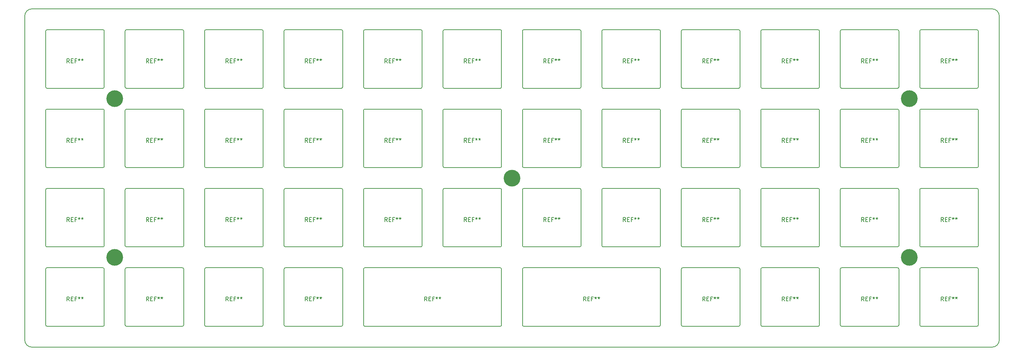
<source format=gbl>
G04 #@! TF.GenerationSoftware,KiCad,Pcbnew,5.0.1*
G04 #@! TF.CreationDate,2019-03-13T00:04:05-03:00*
G04 #@! TF.ProjectId,2Space,3253706163652E6B696361645F706362,V3.0.7*
G04 #@! TF.SameCoordinates,Original*
G04 #@! TF.FileFunction,Copper,L2,Bot,Signal*
G04 #@! TF.FilePolarity,Positive*
%FSLAX46Y46*%
G04 Gerber Fmt 4.6, Leading zero omitted, Abs format (unit mm)*
G04 Created by KiCad (PCBNEW 5.0.1) date Wed 13 Mar 2019 12:04:05 AM -03*
%MOMM*%
%LPD*%
G01*
G04 APERTURE LIST*
G04 #@! TA.AperFunction,NonConductor*
%ADD10C,0.150000*%
G04 #@! TD*
%ADD11C,0.150000*%
G04 #@! TA.AperFunction,EtchedComponent*
%ADD12C,0.150000*%
G04 #@! TD*
G04 #@! TA.AperFunction,ViaPad*
%ADD13C,4.000000*%
G04 #@! TD*
G04 APERTURE END LIST*
D10*
X244963000Y-83743000D02*
G75*
G03X244963000Y-83743000I-1500000J0D01*
G01*
X31939170Y-64000682D02*
G75*
G02X33720426Y-62219426I1781256J0D01*
G01*
X31939170Y-64000682D02*
X31939170Y-141485318D01*
X33720426Y-143266574D02*
G75*
G02X31939170Y-141485318I0J1781256D01*
G01*
X264986830Y-141485318D02*
X264986830Y-64000682D01*
X264986830Y-141485318D02*
G75*
G02X263205574Y-143266574I-1781256J0D01*
G01*
X263205574Y-62219426D02*
G75*
G02X264986830Y-64000682I0J-1781256D01*
G01*
X33720426Y-143266574D02*
X263205574Y-143266574D01*
X33720426Y-62219426D02*
X263205574Y-62219426D01*
G04 #@! TO.C,REF\002A\002A*
D11*
X166129666Y-132195380D02*
X165796333Y-131719190D01*
X165558238Y-132195380D02*
X165558238Y-131195380D01*
X165939190Y-131195380D01*
X166034428Y-131243000D01*
X166082047Y-131290619D01*
X166129666Y-131385857D01*
X166129666Y-131528714D01*
X166082047Y-131623952D01*
X166034428Y-131671571D01*
X165939190Y-131719190D01*
X165558238Y-131719190D01*
X166558238Y-131671571D02*
X166891571Y-131671571D01*
X167034428Y-132195380D02*
X166558238Y-132195380D01*
X166558238Y-131195380D01*
X167034428Y-131195380D01*
X167796333Y-131671571D02*
X167463000Y-131671571D01*
X167463000Y-132195380D02*
X167463000Y-131195380D01*
X167939190Y-131195380D01*
X168463000Y-131195380D02*
X168463000Y-131433476D01*
X168224904Y-131338238D02*
X168463000Y-131433476D01*
X168701095Y-131338238D01*
X168320142Y-131623952D02*
X168463000Y-131433476D01*
X168605857Y-131623952D01*
X169224904Y-131195380D02*
X169224904Y-131433476D01*
X168986809Y-131338238D02*
X169224904Y-131433476D01*
X169463000Y-131338238D01*
X169082047Y-131623952D02*
X169224904Y-131433476D01*
X169367761Y-131623952D01*
X232629666Y-132195380D02*
X232296333Y-131719190D01*
X232058238Y-132195380D02*
X232058238Y-131195380D01*
X232439190Y-131195380D01*
X232534428Y-131243000D01*
X232582047Y-131290619D01*
X232629666Y-131385857D01*
X232629666Y-131528714D01*
X232582047Y-131623952D01*
X232534428Y-131671571D01*
X232439190Y-131719190D01*
X232058238Y-131719190D01*
X233058238Y-131671571D02*
X233391571Y-131671571D01*
X233534428Y-132195380D02*
X233058238Y-132195380D01*
X233058238Y-131195380D01*
X233534428Y-131195380D01*
X234296333Y-131671571D02*
X233963000Y-131671571D01*
X233963000Y-132195380D02*
X233963000Y-131195380D01*
X234439190Y-131195380D01*
X234963000Y-131195380D02*
X234963000Y-131433476D01*
X234724904Y-131338238D02*
X234963000Y-131433476D01*
X235201095Y-131338238D01*
X234820142Y-131623952D02*
X234963000Y-131433476D01*
X235105857Y-131623952D01*
X235724904Y-131195380D02*
X235724904Y-131433476D01*
X235486809Y-131338238D02*
X235724904Y-131433476D01*
X235963000Y-131338238D01*
X235582047Y-131623952D02*
X235724904Y-131433476D01*
X235867761Y-131623952D01*
X232629666Y-113195380D02*
X232296333Y-112719190D01*
X232058238Y-113195380D02*
X232058238Y-112195380D01*
X232439190Y-112195380D01*
X232534428Y-112243000D01*
X232582047Y-112290619D01*
X232629666Y-112385857D01*
X232629666Y-112528714D01*
X232582047Y-112623952D01*
X232534428Y-112671571D01*
X232439190Y-112719190D01*
X232058238Y-112719190D01*
X233058238Y-112671571D02*
X233391571Y-112671571D01*
X233534428Y-113195380D02*
X233058238Y-113195380D01*
X233058238Y-112195380D01*
X233534428Y-112195380D01*
X234296333Y-112671571D02*
X233963000Y-112671571D01*
X233963000Y-113195380D02*
X233963000Y-112195380D01*
X234439190Y-112195380D01*
X234963000Y-112195380D02*
X234963000Y-112433476D01*
X234724904Y-112338238D02*
X234963000Y-112433476D01*
X235201095Y-112338238D01*
X234820142Y-112623952D02*
X234963000Y-112433476D01*
X235105857Y-112623952D01*
X235724904Y-112195380D02*
X235724904Y-112433476D01*
X235486809Y-112338238D02*
X235724904Y-112433476D01*
X235963000Y-112338238D01*
X235582047Y-112623952D02*
X235724904Y-112433476D01*
X235867761Y-112623952D01*
X232629666Y-75195380D02*
X232296333Y-74719190D01*
X232058238Y-75195380D02*
X232058238Y-74195380D01*
X232439190Y-74195380D01*
X232534428Y-74243000D01*
X232582047Y-74290619D01*
X232629666Y-74385857D01*
X232629666Y-74528714D01*
X232582047Y-74623952D01*
X232534428Y-74671571D01*
X232439190Y-74719190D01*
X232058238Y-74719190D01*
X233058238Y-74671571D02*
X233391571Y-74671571D01*
X233534428Y-75195380D02*
X233058238Y-75195380D01*
X233058238Y-74195380D01*
X233534428Y-74195380D01*
X234296333Y-74671571D02*
X233963000Y-74671571D01*
X233963000Y-75195380D02*
X233963000Y-74195380D01*
X234439190Y-74195380D01*
X234963000Y-74195380D02*
X234963000Y-74433476D01*
X234724904Y-74338238D02*
X234963000Y-74433476D01*
X235201095Y-74338238D01*
X234820142Y-74623952D02*
X234963000Y-74433476D01*
X235105857Y-74623952D01*
X235724904Y-74195380D02*
X235724904Y-74433476D01*
X235486809Y-74338238D02*
X235724904Y-74433476D01*
X235963000Y-74338238D01*
X235582047Y-74623952D02*
X235724904Y-74433476D01*
X235867761Y-74623952D01*
X80629666Y-132195380D02*
X80296333Y-131719190D01*
X80058238Y-132195380D02*
X80058238Y-131195380D01*
X80439190Y-131195380D01*
X80534428Y-131243000D01*
X80582047Y-131290619D01*
X80629666Y-131385857D01*
X80629666Y-131528714D01*
X80582047Y-131623952D01*
X80534428Y-131671571D01*
X80439190Y-131719190D01*
X80058238Y-131719190D01*
X81058238Y-131671571D02*
X81391571Y-131671571D01*
X81534428Y-132195380D02*
X81058238Y-132195380D01*
X81058238Y-131195380D01*
X81534428Y-131195380D01*
X82296333Y-131671571D02*
X81963000Y-131671571D01*
X81963000Y-132195380D02*
X81963000Y-131195380D01*
X82439190Y-131195380D01*
X82963000Y-131195380D02*
X82963000Y-131433476D01*
X82724904Y-131338238D02*
X82963000Y-131433476D01*
X83201095Y-131338238D01*
X82820142Y-131623952D02*
X82963000Y-131433476D01*
X83105857Y-131623952D01*
X83724904Y-131195380D02*
X83724904Y-131433476D01*
X83486809Y-131338238D02*
X83724904Y-131433476D01*
X83963000Y-131338238D01*
X83582047Y-131623952D02*
X83724904Y-131433476D01*
X83867761Y-131623952D01*
X251629666Y-132195380D02*
X251296333Y-131719190D01*
X251058238Y-132195380D02*
X251058238Y-131195380D01*
X251439190Y-131195380D01*
X251534428Y-131243000D01*
X251582047Y-131290619D01*
X251629666Y-131385857D01*
X251629666Y-131528714D01*
X251582047Y-131623952D01*
X251534428Y-131671571D01*
X251439190Y-131719190D01*
X251058238Y-131719190D01*
X252058238Y-131671571D02*
X252391571Y-131671571D01*
X252534428Y-132195380D02*
X252058238Y-132195380D01*
X252058238Y-131195380D01*
X252534428Y-131195380D01*
X253296333Y-131671571D02*
X252963000Y-131671571D01*
X252963000Y-132195380D02*
X252963000Y-131195380D01*
X253439190Y-131195380D01*
X253963000Y-131195380D02*
X253963000Y-131433476D01*
X253724904Y-131338238D02*
X253963000Y-131433476D01*
X254201095Y-131338238D01*
X253820142Y-131623952D02*
X253963000Y-131433476D01*
X254105857Y-131623952D01*
X254724904Y-131195380D02*
X254724904Y-131433476D01*
X254486809Y-131338238D02*
X254724904Y-131433476D01*
X254963000Y-131338238D01*
X254582047Y-131623952D02*
X254724904Y-131433476D01*
X254867761Y-131623952D01*
X194629666Y-132195380D02*
X194296333Y-131719190D01*
X194058238Y-132195380D02*
X194058238Y-131195380D01*
X194439190Y-131195380D01*
X194534428Y-131243000D01*
X194582047Y-131290619D01*
X194629666Y-131385857D01*
X194629666Y-131528714D01*
X194582047Y-131623952D01*
X194534428Y-131671571D01*
X194439190Y-131719190D01*
X194058238Y-131719190D01*
X195058238Y-131671571D02*
X195391571Y-131671571D01*
X195534428Y-132195380D02*
X195058238Y-132195380D01*
X195058238Y-131195380D01*
X195534428Y-131195380D01*
X196296333Y-131671571D02*
X195963000Y-131671571D01*
X195963000Y-132195380D02*
X195963000Y-131195380D01*
X196439190Y-131195380D01*
X196963000Y-131195380D02*
X196963000Y-131433476D01*
X196724904Y-131338238D02*
X196963000Y-131433476D01*
X197201095Y-131338238D01*
X196820142Y-131623952D02*
X196963000Y-131433476D01*
X197105857Y-131623952D01*
X197724904Y-131195380D02*
X197724904Y-131433476D01*
X197486809Y-131338238D02*
X197724904Y-131433476D01*
X197963000Y-131338238D01*
X197582047Y-131623952D02*
X197724904Y-131433476D01*
X197867761Y-131623952D01*
X99629666Y-132195380D02*
X99296333Y-131719190D01*
X99058238Y-132195380D02*
X99058238Y-131195380D01*
X99439190Y-131195380D01*
X99534428Y-131243000D01*
X99582047Y-131290619D01*
X99629666Y-131385857D01*
X99629666Y-131528714D01*
X99582047Y-131623952D01*
X99534428Y-131671571D01*
X99439190Y-131719190D01*
X99058238Y-131719190D01*
X100058238Y-131671571D02*
X100391571Y-131671571D01*
X100534428Y-132195380D02*
X100058238Y-132195380D01*
X100058238Y-131195380D01*
X100534428Y-131195380D01*
X101296333Y-131671571D02*
X100963000Y-131671571D01*
X100963000Y-132195380D02*
X100963000Y-131195380D01*
X101439190Y-131195380D01*
X101963000Y-131195380D02*
X101963000Y-131433476D01*
X101724904Y-131338238D02*
X101963000Y-131433476D01*
X102201095Y-131338238D01*
X101820142Y-131623952D02*
X101963000Y-131433476D01*
X102105857Y-131623952D01*
X102724904Y-131195380D02*
X102724904Y-131433476D01*
X102486809Y-131338238D02*
X102724904Y-131433476D01*
X102963000Y-131338238D01*
X102582047Y-131623952D02*
X102724904Y-131433476D01*
X102867761Y-131623952D01*
X213629666Y-132195380D02*
X213296333Y-131719190D01*
X213058238Y-132195380D02*
X213058238Y-131195380D01*
X213439190Y-131195380D01*
X213534428Y-131243000D01*
X213582047Y-131290619D01*
X213629666Y-131385857D01*
X213629666Y-131528714D01*
X213582047Y-131623952D01*
X213534428Y-131671571D01*
X213439190Y-131719190D01*
X213058238Y-131719190D01*
X214058238Y-131671571D02*
X214391571Y-131671571D01*
X214534428Y-132195380D02*
X214058238Y-132195380D01*
X214058238Y-131195380D01*
X214534428Y-131195380D01*
X215296333Y-131671571D02*
X214963000Y-131671571D01*
X214963000Y-132195380D02*
X214963000Y-131195380D01*
X215439190Y-131195380D01*
X215963000Y-131195380D02*
X215963000Y-131433476D01*
X215724904Y-131338238D02*
X215963000Y-131433476D01*
X216201095Y-131338238D01*
X215820142Y-131623952D02*
X215963000Y-131433476D01*
X216105857Y-131623952D01*
X216724904Y-131195380D02*
X216724904Y-131433476D01*
X216486809Y-131338238D02*
X216724904Y-131433476D01*
X216963000Y-131338238D01*
X216582047Y-131623952D02*
X216724904Y-131433476D01*
X216867761Y-131623952D01*
X61629666Y-132195380D02*
X61296333Y-131719190D01*
X61058238Y-132195380D02*
X61058238Y-131195380D01*
X61439190Y-131195380D01*
X61534428Y-131243000D01*
X61582047Y-131290619D01*
X61629666Y-131385857D01*
X61629666Y-131528714D01*
X61582047Y-131623952D01*
X61534428Y-131671571D01*
X61439190Y-131719190D01*
X61058238Y-131719190D01*
X62058238Y-131671571D02*
X62391571Y-131671571D01*
X62534428Y-132195380D02*
X62058238Y-132195380D01*
X62058238Y-131195380D01*
X62534428Y-131195380D01*
X63296333Y-131671571D02*
X62963000Y-131671571D01*
X62963000Y-132195380D02*
X62963000Y-131195380D01*
X63439190Y-131195380D01*
X63963000Y-131195380D02*
X63963000Y-131433476D01*
X63724904Y-131338238D02*
X63963000Y-131433476D01*
X64201095Y-131338238D01*
X63820142Y-131623952D02*
X63963000Y-131433476D01*
X64105857Y-131623952D01*
X64724904Y-131195380D02*
X64724904Y-131433476D01*
X64486809Y-131338238D02*
X64724904Y-131433476D01*
X64963000Y-131338238D01*
X64582047Y-131623952D02*
X64724904Y-131433476D01*
X64867761Y-131623952D01*
X42629666Y-132195380D02*
X42296333Y-131719190D01*
X42058238Y-132195380D02*
X42058238Y-131195380D01*
X42439190Y-131195380D01*
X42534428Y-131243000D01*
X42582047Y-131290619D01*
X42629666Y-131385857D01*
X42629666Y-131528714D01*
X42582047Y-131623952D01*
X42534428Y-131671571D01*
X42439190Y-131719190D01*
X42058238Y-131719190D01*
X43058238Y-131671571D02*
X43391571Y-131671571D01*
X43534428Y-132195380D02*
X43058238Y-132195380D01*
X43058238Y-131195380D01*
X43534428Y-131195380D01*
X44296333Y-131671571D02*
X43963000Y-131671571D01*
X43963000Y-132195380D02*
X43963000Y-131195380D01*
X44439190Y-131195380D01*
X44963000Y-131195380D02*
X44963000Y-131433476D01*
X44724904Y-131338238D02*
X44963000Y-131433476D01*
X45201095Y-131338238D01*
X44820142Y-131623952D02*
X44963000Y-131433476D01*
X45105857Y-131623952D01*
X45724904Y-131195380D02*
X45724904Y-131433476D01*
X45486809Y-131338238D02*
X45724904Y-131433476D01*
X45963000Y-131338238D01*
X45582047Y-131623952D02*
X45724904Y-131433476D01*
X45867761Y-131623952D01*
X194629666Y-113195380D02*
X194296333Y-112719190D01*
X194058238Y-113195380D02*
X194058238Y-112195380D01*
X194439190Y-112195380D01*
X194534428Y-112243000D01*
X194582047Y-112290619D01*
X194629666Y-112385857D01*
X194629666Y-112528714D01*
X194582047Y-112623952D01*
X194534428Y-112671571D01*
X194439190Y-112719190D01*
X194058238Y-112719190D01*
X195058238Y-112671571D02*
X195391571Y-112671571D01*
X195534428Y-113195380D02*
X195058238Y-113195380D01*
X195058238Y-112195380D01*
X195534428Y-112195380D01*
X196296333Y-112671571D02*
X195963000Y-112671571D01*
X195963000Y-113195380D02*
X195963000Y-112195380D01*
X196439190Y-112195380D01*
X196963000Y-112195380D02*
X196963000Y-112433476D01*
X196724904Y-112338238D02*
X196963000Y-112433476D01*
X197201095Y-112338238D01*
X196820142Y-112623952D02*
X196963000Y-112433476D01*
X197105857Y-112623952D01*
X197724904Y-112195380D02*
X197724904Y-112433476D01*
X197486809Y-112338238D02*
X197724904Y-112433476D01*
X197963000Y-112338238D01*
X197582047Y-112623952D02*
X197724904Y-112433476D01*
X197867761Y-112623952D01*
X251629666Y-113195380D02*
X251296333Y-112719190D01*
X251058238Y-113195380D02*
X251058238Y-112195380D01*
X251439190Y-112195380D01*
X251534428Y-112243000D01*
X251582047Y-112290619D01*
X251629666Y-112385857D01*
X251629666Y-112528714D01*
X251582047Y-112623952D01*
X251534428Y-112671571D01*
X251439190Y-112719190D01*
X251058238Y-112719190D01*
X252058238Y-112671571D02*
X252391571Y-112671571D01*
X252534428Y-113195380D02*
X252058238Y-113195380D01*
X252058238Y-112195380D01*
X252534428Y-112195380D01*
X253296333Y-112671571D02*
X252963000Y-112671571D01*
X252963000Y-113195380D02*
X252963000Y-112195380D01*
X253439190Y-112195380D01*
X253963000Y-112195380D02*
X253963000Y-112433476D01*
X253724904Y-112338238D02*
X253963000Y-112433476D01*
X254201095Y-112338238D01*
X253820142Y-112623952D02*
X253963000Y-112433476D01*
X254105857Y-112623952D01*
X254724904Y-112195380D02*
X254724904Y-112433476D01*
X254486809Y-112338238D02*
X254724904Y-112433476D01*
X254963000Y-112338238D01*
X254582047Y-112623952D02*
X254724904Y-112433476D01*
X254867761Y-112623952D01*
X80629666Y-113195380D02*
X80296333Y-112719190D01*
X80058238Y-113195380D02*
X80058238Y-112195380D01*
X80439190Y-112195380D01*
X80534428Y-112243000D01*
X80582047Y-112290619D01*
X80629666Y-112385857D01*
X80629666Y-112528714D01*
X80582047Y-112623952D01*
X80534428Y-112671571D01*
X80439190Y-112719190D01*
X80058238Y-112719190D01*
X81058238Y-112671571D02*
X81391571Y-112671571D01*
X81534428Y-113195380D02*
X81058238Y-113195380D01*
X81058238Y-112195380D01*
X81534428Y-112195380D01*
X82296333Y-112671571D02*
X81963000Y-112671571D01*
X81963000Y-113195380D02*
X81963000Y-112195380D01*
X82439190Y-112195380D01*
X82963000Y-112195380D02*
X82963000Y-112433476D01*
X82724904Y-112338238D02*
X82963000Y-112433476D01*
X83201095Y-112338238D01*
X82820142Y-112623952D02*
X82963000Y-112433476D01*
X83105857Y-112623952D01*
X83724904Y-112195380D02*
X83724904Y-112433476D01*
X83486809Y-112338238D02*
X83724904Y-112433476D01*
X83963000Y-112338238D01*
X83582047Y-112623952D02*
X83724904Y-112433476D01*
X83867761Y-112623952D01*
X175629666Y-113195380D02*
X175296333Y-112719190D01*
X175058238Y-113195380D02*
X175058238Y-112195380D01*
X175439190Y-112195380D01*
X175534428Y-112243000D01*
X175582047Y-112290619D01*
X175629666Y-112385857D01*
X175629666Y-112528714D01*
X175582047Y-112623952D01*
X175534428Y-112671571D01*
X175439190Y-112719190D01*
X175058238Y-112719190D01*
X176058238Y-112671571D02*
X176391571Y-112671571D01*
X176534428Y-113195380D02*
X176058238Y-113195380D01*
X176058238Y-112195380D01*
X176534428Y-112195380D01*
X177296333Y-112671571D02*
X176963000Y-112671571D01*
X176963000Y-113195380D02*
X176963000Y-112195380D01*
X177439190Y-112195380D01*
X177963000Y-112195380D02*
X177963000Y-112433476D01*
X177724904Y-112338238D02*
X177963000Y-112433476D01*
X178201095Y-112338238D01*
X177820142Y-112623952D02*
X177963000Y-112433476D01*
X178105857Y-112623952D01*
X178724904Y-112195380D02*
X178724904Y-112433476D01*
X178486809Y-112338238D02*
X178724904Y-112433476D01*
X178963000Y-112338238D01*
X178582047Y-112623952D02*
X178724904Y-112433476D01*
X178867761Y-112623952D01*
X61629666Y-113195380D02*
X61296333Y-112719190D01*
X61058238Y-113195380D02*
X61058238Y-112195380D01*
X61439190Y-112195380D01*
X61534428Y-112243000D01*
X61582047Y-112290619D01*
X61629666Y-112385857D01*
X61629666Y-112528714D01*
X61582047Y-112623952D01*
X61534428Y-112671571D01*
X61439190Y-112719190D01*
X61058238Y-112719190D01*
X62058238Y-112671571D02*
X62391571Y-112671571D01*
X62534428Y-113195380D02*
X62058238Y-113195380D01*
X62058238Y-112195380D01*
X62534428Y-112195380D01*
X63296333Y-112671571D02*
X62963000Y-112671571D01*
X62963000Y-113195380D02*
X62963000Y-112195380D01*
X63439190Y-112195380D01*
X63963000Y-112195380D02*
X63963000Y-112433476D01*
X63724904Y-112338238D02*
X63963000Y-112433476D01*
X64201095Y-112338238D01*
X63820142Y-112623952D02*
X63963000Y-112433476D01*
X64105857Y-112623952D01*
X64724904Y-112195380D02*
X64724904Y-112433476D01*
X64486809Y-112338238D02*
X64724904Y-112433476D01*
X64963000Y-112338238D01*
X64582047Y-112623952D02*
X64724904Y-112433476D01*
X64867761Y-112623952D01*
X42629666Y-113195380D02*
X42296333Y-112719190D01*
X42058238Y-113195380D02*
X42058238Y-112195380D01*
X42439190Y-112195380D01*
X42534428Y-112243000D01*
X42582047Y-112290619D01*
X42629666Y-112385857D01*
X42629666Y-112528714D01*
X42582047Y-112623952D01*
X42534428Y-112671571D01*
X42439190Y-112719190D01*
X42058238Y-112719190D01*
X43058238Y-112671571D02*
X43391571Y-112671571D01*
X43534428Y-113195380D02*
X43058238Y-113195380D01*
X43058238Y-112195380D01*
X43534428Y-112195380D01*
X44296333Y-112671571D02*
X43963000Y-112671571D01*
X43963000Y-113195380D02*
X43963000Y-112195380D01*
X44439190Y-112195380D01*
X44963000Y-112195380D02*
X44963000Y-112433476D01*
X44724904Y-112338238D02*
X44963000Y-112433476D01*
X45201095Y-112338238D01*
X44820142Y-112623952D02*
X44963000Y-112433476D01*
X45105857Y-112623952D01*
X45724904Y-112195380D02*
X45724904Y-112433476D01*
X45486809Y-112338238D02*
X45724904Y-112433476D01*
X45963000Y-112338238D01*
X45582047Y-112623952D02*
X45724904Y-112433476D01*
X45867761Y-112623952D01*
X137629666Y-113195380D02*
X137296333Y-112719190D01*
X137058238Y-113195380D02*
X137058238Y-112195380D01*
X137439190Y-112195380D01*
X137534428Y-112243000D01*
X137582047Y-112290619D01*
X137629666Y-112385857D01*
X137629666Y-112528714D01*
X137582047Y-112623952D01*
X137534428Y-112671571D01*
X137439190Y-112719190D01*
X137058238Y-112719190D01*
X138058238Y-112671571D02*
X138391571Y-112671571D01*
X138534428Y-113195380D02*
X138058238Y-113195380D01*
X138058238Y-112195380D01*
X138534428Y-112195380D01*
X139296333Y-112671571D02*
X138963000Y-112671571D01*
X138963000Y-113195380D02*
X138963000Y-112195380D01*
X139439190Y-112195380D01*
X139963000Y-112195380D02*
X139963000Y-112433476D01*
X139724904Y-112338238D02*
X139963000Y-112433476D01*
X140201095Y-112338238D01*
X139820142Y-112623952D02*
X139963000Y-112433476D01*
X140105857Y-112623952D01*
X140724904Y-112195380D02*
X140724904Y-112433476D01*
X140486809Y-112338238D02*
X140724904Y-112433476D01*
X140963000Y-112338238D01*
X140582047Y-112623952D02*
X140724904Y-112433476D01*
X140867761Y-112623952D01*
X156629666Y-113195380D02*
X156296333Y-112719190D01*
X156058238Y-113195380D02*
X156058238Y-112195380D01*
X156439190Y-112195380D01*
X156534428Y-112243000D01*
X156582047Y-112290619D01*
X156629666Y-112385857D01*
X156629666Y-112528714D01*
X156582047Y-112623952D01*
X156534428Y-112671571D01*
X156439190Y-112719190D01*
X156058238Y-112719190D01*
X157058238Y-112671571D02*
X157391571Y-112671571D01*
X157534428Y-113195380D02*
X157058238Y-113195380D01*
X157058238Y-112195380D01*
X157534428Y-112195380D01*
X158296333Y-112671571D02*
X157963000Y-112671571D01*
X157963000Y-113195380D02*
X157963000Y-112195380D01*
X158439190Y-112195380D01*
X158963000Y-112195380D02*
X158963000Y-112433476D01*
X158724904Y-112338238D02*
X158963000Y-112433476D01*
X159201095Y-112338238D01*
X158820142Y-112623952D02*
X158963000Y-112433476D01*
X159105857Y-112623952D01*
X159724904Y-112195380D02*
X159724904Y-112433476D01*
X159486809Y-112338238D02*
X159724904Y-112433476D01*
X159963000Y-112338238D01*
X159582047Y-112623952D02*
X159724904Y-112433476D01*
X159867761Y-112623952D01*
X99629666Y-113195380D02*
X99296333Y-112719190D01*
X99058238Y-113195380D02*
X99058238Y-112195380D01*
X99439190Y-112195380D01*
X99534428Y-112243000D01*
X99582047Y-112290619D01*
X99629666Y-112385857D01*
X99629666Y-112528714D01*
X99582047Y-112623952D01*
X99534428Y-112671571D01*
X99439190Y-112719190D01*
X99058238Y-112719190D01*
X100058238Y-112671571D02*
X100391571Y-112671571D01*
X100534428Y-113195380D02*
X100058238Y-113195380D01*
X100058238Y-112195380D01*
X100534428Y-112195380D01*
X101296333Y-112671571D02*
X100963000Y-112671571D01*
X100963000Y-113195380D02*
X100963000Y-112195380D01*
X101439190Y-112195380D01*
X101963000Y-112195380D02*
X101963000Y-112433476D01*
X101724904Y-112338238D02*
X101963000Y-112433476D01*
X102201095Y-112338238D01*
X101820142Y-112623952D02*
X101963000Y-112433476D01*
X102105857Y-112623952D01*
X102724904Y-112195380D02*
X102724904Y-112433476D01*
X102486809Y-112338238D02*
X102724904Y-112433476D01*
X102963000Y-112338238D01*
X102582047Y-112623952D02*
X102724904Y-112433476D01*
X102867761Y-112623952D01*
X213629666Y-113195380D02*
X213296333Y-112719190D01*
X213058238Y-113195380D02*
X213058238Y-112195380D01*
X213439190Y-112195380D01*
X213534428Y-112243000D01*
X213582047Y-112290619D01*
X213629666Y-112385857D01*
X213629666Y-112528714D01*
X213582047Y-112623952D01*
X213534428Y-112671571D01*
X213439190Y-112719190D01*
X213058238Y-112719190D01*
X214058238Y-112671571D02*
X214391571Y-112671571D01*
X214534428Y-113195380D02*
X214058238Y-113195380D01*
X214058238Y-112195380D01*
X214534428Y-112195380D01*
X215296333Y-112671571D02*
X214963000Y-112671571D01*
X214963000Y-113195380D02*
X214963000Y-112195380D01*
X215439190Y-112195380D01*
X215963000Y-112195380D02*
X215963000Y-112433476D01*
X215724904Y-112338238D02*
X215963000Y-112433476D01*
X216201095Y-112338238D01*
X215820142Y-112623952D02*
X215963000Y-112433476D01*
X216105857Y-112623952D01*
X216724904Y-112195380D02*
X216724904Y-112433476D01*
X216486809Y-112338238D02*
X216724904Y-112433476D01*
X216963000Y-112338238D01*
X216582047Y-112623952D02*
X216724904Y-112433476D01*
X216867761Y-112623952D01*
X118629666Y-113195380D02*
X118296333Y-112719190D01*
X118058238Y-113195380D02*
X118058238Y-112195380D01*
X118439190Y-112195380D01*
X118534428Y-112243000D01*
X118582047Y-112290619D01*
X118629666Y-112385857D01*
X118629666Y-112528714D01*
X118582047Y-112623952D01*
X118534428Y-112671571D01*
X118439190Y-112719190D01*
X118058238Y-112719190D01*
X119058238Y-112671571D02*
X119391571Y-112671571D01*
X119534428Y-113195380D02*
X119058238Y-113195380D01*
X119058238Y-112195380D01*
X119534428Y-112195380D01*
X120296333Y-112671571D02*
X119963000Y-112671571D01*
X119963000Y-113195380D02*
X119963000Y-112195380D01*
X120439190Y-112195380D01*
X120963000Y-112195380D02*
X120963000Y-112433476D01*
X120724904Y-112338238D02*
X120963000Y-112433476D01*
X121201095Y-112338238D01*
X120820142Y-112623952D02*
X120963000Y-112433476D01*
X121105857Y-112623952D01*
X121724904Y-112195380D02*
X121724904Y-112433476D01*
X121486809Y-112338238D02*
X121724904Y-112433476D01*
X121963000Y-112338238D01*
X121582047Y-112623952D02*
X121724904Y-112433476D01*
X121867761Y-112623952D01*
X118629666Y-75195380D02*
X118296333Y-74719190D01*
X118058238Y-75195380D02*
X118058238Y-74195380D01*
X118439190Y-74195380D01*
X118534428Y-74243000D01*
X118582047Y-74290619D01*
X118629666Y-74385857D01*
X118629666Y-74528714D01*
X118582047Y-74623952D01*
X118534428Y-74671571D01*
X118439190Y-74719190D01*
X118058238Y-74719190D01*
X119058238Y-74671571D02*
X119391571Y-74671571D01*
X119534428Y-75195380D02*
X119058238Y-75195380D01*
X119058238Y-74195380D01*
X119534428Y-74195380D01*
X120296333Y-74671571D02*
X119963000Y-74671571D01*
X119963000Y-75195380D02*
X119963000Y-74195380D01*
X120439190Y-74195380D01*
X120963000Y-74195380D02*
X120963000Y-74433476D01*
X120724904Y-74338238D02*
X120963000Y-74433476D01*
X121201095Y-74338238D01*
X120820142Y-74623952D02*
X120963000Y-74433476D01*
X121105857Y-74623952D01*
X121724904Y-74195380D02*
X121724904Y-74433476D01*
X121486809Y-74338238D02*
X121724904Y-74433476D01*
X121963000Y-74338238D01*
X121582047Y-74623952D02*
X121724904Y-74433476D01*
X121867761Y-74623952D01*
X156629666Y-75195380D02*
X156296333Y-74719190D01*
X156058238Y-75195380D02*
X156058238Y-74195380D01*
X156439190Y-74195380D01*
X156534428Y-74243000D01*
X156582047Y-74290619D01*
X156629666Y-74385857D01*
X156629666Y-74528714D01*
X156582047Y-74623952D01*
X156534428Y-74671571D01*
X156439190Y-74719190D01*
X156058238Y-74719190D01*
X157058238Y-74671571D02*
X157391571Y-74671571D01*
X157534428Y-75195380D02*
X157058238Y-75195380D01*
X157058238Y-74195380D01*
X157534428Y-74195380D01*
X158296333Y-74671571D02*
X157963000Y-74671571D01*
X157963000Y-75195380D02*
X157963000Y-74195380D01*
X158439190Y-74195380D01*
X158963000Y-74195380D02*
X158963000Y-74433476D01*
X158724904Y-74338238D02*
X158963000Y-74433476D01*
X159201095Y-74338238D01*
X158820142Y-74623952D02*
X158963000Y-74433476D01*
X159105857Y-74623952D01*
X159724904Y-74195380D02*
X159724904Y-74433476D01*
X159486809Y-74338238D02*
X159724904Y-74433476D01*
X159963000Y-74338238D01*
X159582047Y-74623952D02*
X159724904Y-74433476D01*
X159867761Y-74623952D01*
X137629666Y-75195380D02*
X137296333Y-74719190D01*
X137058238Y-75195380D02*
X137058238Y-74195380D01*
X137439190Y-74195380D01*
X137534428Y-74243000D01*
X137582047Y-74290619D01*
X137629666Y-74385857D01*
X137629666Y-74528714D01*
X137582047Y-74623952D01*
X137534428Y-74671571D01*
X137439190Y-74719190D01*
X137058238Y-74719190D01*
X138058238Y-74671571D02*
X138391571Y-74671571D01*
X138534428Y-75195380D02*
X138058238Y-75195380D01*
X138058238Y-74195380D01*
X138534428Y-74195380D01*
X139296333Y-74671571D02*
X138963000Y-74671571D01*
X138963000Y-75195380D02*
X138963000Y-74195380D01*
X139439190Y-74195380D01*
X139963000Y-74195380D02*
X139963000Y-74433476D01*
X139724904Y-74338238D02*
X139963000Y-74433476D01*
X140201095Y-74338238D01*
X139820142Y-74623952D02*
X139963000Y-74433476D01*
X140105857Y-74623952D01*
X140724904Y-74195380D02*
X140724904Y-74433476D01*
X140486809Y-74338238D02*
X140724904Y-74433476D01*
X140963000Y-74338238D01*
X140582047Y-74623952D02*
X140724904Y-74433476D01*
X140867761Y-74623952D01*
X99629666Y-75195380D02*
X99296333Y-74719190D01*
X99058238Y-75195380D02*
X99058238Y-74195380D01*
X99439190Y-74195380D01*
X99534428Y-74243000D01*
X99582047Y-74290619D01*
X99629666Y-74385857D01*
X99629666Y-74528714D01*
X99582047Y-74623952D01*
X99534428Y-74671571D01*
X99439190Y-74719190D01*
X99058238Y-74719190D01*
X100058238Y-74671571D02*
X100391571Y-74671571D01*
X100534428Y-75195380D02*
X100058238Y-75195380D01*
X100058238Y-74195380D01*
X100534428Y-74195380D01*
X101296333Y-74671571D02*
X100963000Y-74671571D01*
X100963000Y-75195380D02*
X100963000Y-74195380D01*
X101439190Y-74195380D01*
X101963000Y-74195380D02*
X101963000Y-74433476D01*
X101724904Y-74338238D02*
X101963000Y-74433476D01*
X102201095Y-74338238D01*
X101820142Y-74623952D02*
X101963000Y-74433476D01*
X102105857Y-74623952D01*
X102724904Y-74195380D02*
X102724904Y-74433476D01*
X102486809Y-74338238D02*
X102724904Y-74433476D01*
X102963000Y-74338238D01*
X102582047Y-74623952D02*
X102724904Y-74433476D01*
X102867761Y-74623952D01*
X194629666Y-75195380D02*
X194296333Y-74719190D01*
X194058238Y-75195380D02*
X194058238Y-74195380D01*
X194439190Y-74195380D01*
X194534428Y-74243000D01*
X194582047Y-74290619D01*
X194629666Y-74385857D01*
X194629666Y-74528714D01*
X194582047Y-74623952D01*
X194534428Y-74671571D01*
X194439190Y-74719190D01*
X194058238Y-74719190D01*
X195058238Y-74671571D02*
X195391571Y-74671571D01*
X195534428Y-75195380D02*
X195058238Y-75195380D01*
X195058238Y-74195380D01*
X195534428Y-74195380D01*
X196296333Y-74671571D02*
X195963000Y-74671571D01*
X195963000Y-75195380D02*
X195963000Y-74195380D01*
X196439190Y-74195380D01*
X196963000Y-74195380D02*
X196963000Y-74433476D01*
X196724904Y-74338238D02*
X196963000Y-74433476D01*
X197201095Y-74338238D01*
X196820142Y-74623952D02*
X196963000Y-74433476D01*
X197105857Y-74623952D01*
X197724904Y-74195380D02*
X197724904Y-74433476D01*
X197486809Y-74338238D02*
X197724904Y-74433476D01*
X197963000Y-74338238D01*
X197582047Y-74623952D02*
X197724904Y-74433476D01*
X197867761Y-74623952D01*
X175629666Y-75195380D02*
X175296333Y-74719190D01*
X175058238Y-75195380D02*
X175058238Y-74195380D01*
X175439190Y-74195380D01*
X175534428Y-74243000D01*
X175582047Y-74290619D01*
X175629666Y-74385857D01*
X175629666Y-74528714D01*
X175582047Y-74623952D01*
X175534428Y-74671571D01*
X175439190Y-74719190D01*
X175058238Y-74719190D01*
X176058238Y-74671571D02*
X176391571Y-74671571D01*
X176534428Y-75195380D02*
X176058238Y-75195380D01*
X176058238Y-74195380D01*
X176534428Y-74195380D01*
X177296333Y-74671571D02*
X176963000Y-74671571D01*
X176963000Y-75195380D02*
X176963000Y-74195380D01*
X177439190Y-74195380D01*
X177963000Y-74195380D02*
X177963000Y-74433476D01*
X177724904Y-74338238D02*
X177963000Y-74433476D01*
X178201095Y-74338238D01*
X177820142Y-74623952D02*
X177963000Y-74433476D01*
X178105857Y-74623952D01*
X178724904Y-74195380D02*
X178724904Y-74433476D01*
X178486809Y-74338238D02*
X178724904Y-74433476D01*
X178963000Y-74338238D01*
X178582047Y-74623952D02*
X178724904Y-74433476D01*
X178867761Y-74623952D01*
X251629666Y-75195380D02*
X251296333Y-74719190D01*
X251058238Y-75195380D02*
X251058238Y-74195380D01*
X251439190Y-74195380D01*
X251534428Y-74243000D01*
X251582047Y-74290619D01*
X251629666Y-74385857D01*
X251629666Y-74528714D01*
X251582047Y-74623952D01*
X251534428Y-74671571D01*
X251439190Y-74719190D01*
X251058238Y-74719190D01*
X252058238Y-74671571D02*
X252391571Y-74671571D01*
X252534428Y-75195380D02*
X252058238Y-75195380D01*
X252058238Y-74195380D01*
X252534428Y-74195380D01*
X253296333Y-74671571D02*
X252963000Y-74671571D01*
X252963000Y-75195380D02*
X252963000Y-74195380D01*
X253439190Y-74195380D01*
X253963000Y-74195380D02*
X253963000Y-74433476D01*
X253724904Y-74338238D02*
X253963000Y-74433476D01*
X254201095Y-74338238D01*
X253820142Y-74623952D02*
X253963000Y-74433476D01*
X254105857Y-74623952D01*
X254724904Y-74195380D02*
X254724904Y-74433476D01*
X254486809Y-74338238D02*
X254724904Y-74433476D01*
X254963000Y-74338238D01*
X254582047Y-74623952D02*
X254724904Y-74433476D01*
X254867761Y-74623952D01*
X80629666Y-75195380D02*
X80296333Y-74719190D01*
X80058238Y-75195380D02*
X80058238Y-74195380D01*
X80439190Y-74195380D01*
X80534428Y-74243000D01*
X80582047Y-74290619D01*
X80629666Y-74385857D01*
X80629666Y-74528714D01*
X80582047Y-74623952D01*
X80534428Y-74671571D01*
X80439190Y-74719190D01*
X80058238Y-74719190D01*
X81058238Y-74671571D02*
X81391571Y-74671571D01*
X81534428Y-75195380D02*
X81058238Y-75195380D01*
X81058238Y-74195380D01*
X81534428Y-74195380D01*
X82296333Y-74671571D02*
X81963000Y-74671571D01*
X81963000Y-75195380D02*
X81963000Y-74195380D01*
X82439190Y-74195380D01*
X82963000Y-74195380D02*
X82963000Y-74433476D01*
X82724904Y-74338238D02*
X82963000Y-74433476D01*
X83201095Y-74338238D01*
X82820142Y-74623952D02*
X82963000Y-74433476D01*
X83105857Y-74623952D01*
X83724904Y-74195380D02*
X83724904Y-74433476D01*
X83486809Y-74338238D02*
X83724904Y-74433476D01*
X83963000Y-74338238D01*
X83582047Y-74623952D02*
X83724904Y-74433476D01*
X83867761Y-74623952D01*
X61629666Y-75195380D02*
X61296333Y-74719190D01*
X61058238Y-75195380D02*
X61058238Y-74195380D01*
X61439190Y-74195380D01*
X61534428Y-74243000D01*
X61582047Y-74290619D01*
X61629666Y-74385857D01*
X61629666Y-74528714D01*
X61582047Y-74623952D01*
X61534428Y-74671571D01*
X61439190Y-74719190D01*
X61058238Y-74719190D01*
X62058238Y-74671571D02*
X62391571Y-74671571D01*
X62534428Y-75195380D02*
X62058238Y-75195380D01*
X62058238Y-74195380D01*
X62534428Y-74195380D01*
X63296333Y-74671571D02*
X62963000Y-74671571D01*
X62963000Y-75195380D02*
X62963000Y-74195380D01*
X63439190Y-74195380D01*
X63963000Y-74195380D02*
X63963000Y-74433476D01*
X63724904Y-74338238D02*
X63963000Y-74433476D01*
X64201095Y-74338238D01*
X63820142Y-74623952D02*
X63963000Y-74433476D01*
X64105857Y-74623952D01*
X64724904Y-74195380D02*
X64724904Y-74433476D01*
X64486809Y-74338238D02*
X64724904Y-74433476D01*
X64963000Y-74338238D01*
X64582047Y-74623952D02*
X64724904Y-74433476D01*
X64867761Y-74623952D01*
X213629666Y-75195380D02*
X213296333Y-74719190D01*
X213058238Y-75195380D02*
X213058238Y-74195380D01*
X213439190Y-74195380D01*
X213534428Y-74243000D01*
X213582047Y-74290619D01*
X213629666Y-74385857D01*
X213629666Y-74528714D01*
X213582047Y-74623952D01*
X213534428Y-74671571D01*
X213439190Y-74719190D01*
X213058238Y-74719190D01*
X214058238Y-74671571D02*
X214391571Y-74671571D01*
X214534428Y-75195380D02*
X214058238Y-75195380D01*
X214058238Y-74195380D01*
X214534428Y-74195380D01*
X215296333Y-74671571D02*
X214963000Y-74671571D01*
X214963000Y-75195380D02*
X214963000Y-74195380D01*
X215439190Y-74195380D01*
X215963000Y-74195380D02*
X215963000Y-74433476D01*
X215724904Y-74338238D02*
X215963000Y-74433476D01*
X216201095Y-74338238D01*
X215820142Y-74623952D02*
X215963000Y-74433476D01*
X216105857Y-74623952D01*
X216724904Y-74195380D02*
X216724904Y-74433476D01*
X216486809Y-74338238D02*
X216724904Y-74433476D01*
X216963000Y-74338238D01*
X216582047Y-74623952D02*
X216724904Y-74433476D01*
X216867761Y-74623952D01*
X42629666Y-75195380D02*
X42296333Y-74719190D01*
X42058238Y-75195380D02*
X42058238Y-74195380D01*
X42439190Y-74195380D01*
X42534428Y-74243000D01*
X42582047Y-74290619D01*
X42629666Y-74385857D01*
X42629666Y-74528714D01*
X42582047Y-74623952D01*
X42534428Y-74671571D01*
X42439190Y-74719190D01*
X42058238Y-74719190D01*
X43058238Y-74671571D02*
X43391571Y-74671571D01*
X43534428Y-75195380D02*
X43058238Y-75195380D01*
X43058238Y-74195380D01*
X43534428Y-74195380D01*
X44296333Y-74671571D02*
X43963000Y-74671571D01*
X43963000Y-75195380D02*
X43963000Y-74195380D01*
X44439190Y-74195380D01*
X44963000Y-74195380D02*
X44963000Y-74433476D01*
X44724904Y-74338238D02*
X44963000Y-74433476D01*
X45201095Y-74338238D01*
X44820142Y-74623952D02*
X44963000Y-74433476D01*
X45105857Y-74623952D01*
X45724904Y-74195380D02*
X45724904Y-74433476D01*
X45486809Y-74338238D02*
X45724904Y-74433476D01*
X45963000Y-74338238D01*
X45582047Y-74623952D02*
X45724904Y-74433476D01*
X45867761Y-74623952D01*
X251629666Y-94195380D02*
X251296333Y-93719190D01*
X251058238Y-94195380D02*
X251058238Y-93195380D01*
X251439190Y-93195380D01*
X251534428Y-93243000D01*
X251582047Y-93290619D01*
X251629666Y-93385857D01*
X251629666Y-93528714D01*
X251582047Y-93623952D01*
X251534428Y-93671571D01*
X251439190Y-93719190D01*
X251058238Y-93719190D01*
X252058238Y-93671571D02*
X252391571Y-93671571D01*
X252534428Y-94195380D02*
X252058238Y-94195380D01*
X252058238Y-93195380D01*
X252534428Y-93195380D01*
X253296333Y-93671571D02*
X252963000Y-93671571D01*
X252963000Y-94195380D02*
X252963000Y-93195380D01*
X253439190Y-93195380D01*
X253963000Y-93195380D02*
X253963000Y-93433476D01*
X253724904Y-93338238D02*
X253963000Y-93433476D01*
X254201095Y-93338238D01*
X253820142Y-93623952D02*
X253963000Y-93433476D01*
X254105857Y-93623952D01*
X254724904Y-93195380D02*
X254724904Y-93433476D01*
X254486809Y-93338238D02*
X254724904Y-93433476D01*
X254963000Y-93338238D01*
X254582047Y-93623952D02*
X254724904Y-93433476D01*
X254867761Y-93623952D01*
X232629666Y-94195380D02*
X232296333Y-93719190D01*
X232058238Y-94195380D02*
X232058238Y-93195380D01*
X232439190Y-93195380D01*
X232534428Y-93243000D01*
X232582047Y-93290619D01*
X232629666Y-93385857D01*
X232629666Y-93528714D01*
X232582047Y-93623952D01*
X232534428Y-93671571D01*
X232439190Y-93719190D01*
X232058238Y-93719190D01*
X233058238Y-93671571D02*
X233391571Y-93671571D01*
X233534428Y-94195380D02*
X233058238Y-94195380D01*
X233058238Y-93195380D01*
X233534428Y-93195380D01*
X234296333Y-93671571D02*
X233963000Y-93671571D01*
X233963000Y-94195380D02*
X233963000Y-93195380D01*
X234439190Y-93195380D01*
X234963000Y-93195380D02*
X234963000Y-93433476D01*
X234724904Y-93338238D02*
X234963000Y-93433476D01*
X235201095Y-93338238D01*
X234820142Y-93623952D02*
X234963000Y-93433476D01*
X235105857Y-93623952D01*
X235724904Y-93195380D02*
X235724904Y-93433476D01*
X235486809Y-93338238D02*
X235724904Y-93433476D01*
X235963000Y-93338238D01*
X235582047Y-93623952D02*
X235724904Y-93433476D01*
X235867761Y-93623952D01*
X213629666Y-94195380D02*
X213296333Y-93719190D01*
X213058238Y-94195380D02*
X213058238Y-93195380D01*
X213439190Y-93195380D01*
X213534428Y-93243000D01*
X213582047Y-93290619D01*
X213629666Y-93385857D01*
X213629666Y-93528714D01*
X213582047Y-93623952D01*
X213534428Y-93671571D01*
X213439190Y-93719190D01*
X213058238Y-93719190D01*
X214058238Y-93671571D02*
X214391571Y-93671571D01*
X214534428Y-94195380D02*
X214058238Y-94195380D01*
X214058238Y-93195380D01*
X214534428Y-93195380D01*
X215296333Y-93671571D02*
X214963000Y-93671571D01*
X214963000Y-94195380D02*
X214963000Y-93195380D01*
X215439190Y-93195380D01*
X215963000Y-93195380D02*
X215963000Y-93433476D01*
X215724904Y-93338238D02*
X215963000Y-93433476D01*
X216201095Y-93338238D01*
X215820142Y-93623952D02*
X215963000Y-93433476D01*
X216105857Y-93623952D01*
X216724904Y-93195380D02*
X216724904Y-93433476D01*
X216486809Y-93338238D02*
X216724904Y-93433476D01*
X216963000Y-93338238D01*
X216582047Y-93623952D02*
X216724904Y-93433476D01*
X216867761Y-93623952D01*
X194629666Y-94195380D02*
X194296333Y-93719190D01*
X194058238Y-94195380D02*
X194058238Y-93195380D01*
X194439190Y-93195380D01*
X194534428Y-93243000D01*
X194582047Y-93290619D01*
X194629666Y-93385857D01*
X194629666Y-93528714D01*
X194582047Y-93623952D01*
X194534428Y-93671571D01*
X194439190Y-93719190D01*
X194058238Y-93719190D01*
X195058238Y-93671571D02*
X195391571Y-93671571D01*
X195534428Y-94195380D02*
X195058238Y-94195380D01*
X195058238Y-93195380D01*
X195534428Y-93195380D01*
X196296333Y-93671571D02*
X195963000Y-93671571D01*
X195963000Y-94195380D02*
X195963000Y-93195380D01*
X196439190Y-93195380D01*
X196963000Y-93195380D02*
X196963000Y-93433476D01*
X196724904Y-93338238D02*
X196963000Y-93433476D01*
X197201095Y-93338238D01*
X196820142Y-93623952D02*
X196963000Y-93433476D01*
X197105857Y-93623952D01*
X197724904Y-93195380D02*
X197724904Y-93433476D01*
X197486809Y-93338238D02*
X197724904Y-93433476D01*
X197963000Y-93338238D01*
X197582047Y-93623952D02*
X197724904Y-93433476D01*
X197867761Y-93623952D01*
X175629666Y-94195380D02*
X175296333Y-93719190D01*
X175058238Y-94195380D02*
X175058238Y-93195380D01*
X175439190Y-93195380D01*
X175534428Y-93243000D01*
X175582047Y-93290619D01*
X175629666Y-93385857D01*
X175629666Y-93528714D01*
X175582047Y-93623952D01*
X175534428Y-93671571D01*
X175439190Y-93719190D01*
X175058238Y-93719190D01*
X176058238Y-93671571D02*
X176391571Y-93671571D01*
X176534428Y-94195380D02*
X176058238Y-94195380D01*
X176058238Y-93195380D01*
X176534428Y-93195380D01*
X177296333Y-93671571D02*
X176963000Y-93671571D01*
X176963000Y-94195380D02*
X176963000Y-93195380D01*
X177439190Y-93195380D01*
X177963000Y-93195380D02*
X177963000Y-93433476D01*
X177724904Y-93338238D02*
X177963000Y-93433476D01*
X178201095Y-93338238D01*
X177820142Y-93623952D02*
X177963000Y-93433476D01*
X178105857Y-93623952D01*
X178724904Y-93195380D02*
X178724904Y-93433476D01*
X178486809Y-93338238D02*
X178724904Y-93433476D01*
X178963000Y-93338238D01*
X178582047Y-93623952D02*
X178724904Y-93433476D01*
X178867761Y-93623952D01*
X42629666Y-94195380D02*
X42296333Y-93719190D01*
X42058238Y-94195380D02*
X42058238Y-93195380D01*
X42439190Y-93195380D01*
X42534428Y-93243000D01*
X42582047Y-93290619D01*
X42629666Y-93385857D01*
X42629666Y-93528714D01*
X42582047Y-93623952D01*
X42534428Y-93671571D01*
X42439190Y-93719190D01*
X42058238Y-93719190D01*
X43058238Y-93671571D02*
X43391571Y-93671571D01*
X43534428Y-94195380D02*
X43058238Y-94195380D01*
X43058238Y-93195380D01*
X43534428Y-93195380D01*
X44296333Y-93671571D02*
X43963000Y-93671571D01*
X43963000Y-94195380D02*
X43963000Y-93195380D01*
X44439190Y-93195380D01*
X44963000Y-93195380D02*
X44963000Y-93433476D01*
X44724904Y-93338238D02*
X44963000Y-93433476D01*
X45201095Y-93338238D01*
X44820142Y-93623952D02*
X44963000Y-93433476D01*
X45105857Y-93623952D01*
X45724904Y-93195380D02*
X45724904Y-93433476D01*
X45486809Y-93338238D02*
X45724904Y-93433476D01*
X45963000Y-93338238D01*
X45582047Y-93623952D02*
X45724904Y-93433476D01*
X45867761Y-93623952D01*
X61629666Y-94195380D02*
X61296333Y-93719190D01*
X61058238Y-94195380D02*
X61058238Y-93195380D01*
X61439190Y-93195380D01*
X61534428Y-93243000D01*
X61582047Y-93290619D01*
X61629666Y-93385857D01*
X61629666Y-93528714D01*
X61582047Y-93623952D01*
X61534428Y-93671571D01*
X61439190Y-93719190D01*
X61058238Y-93719190D01*
X62058238Y-93671571D02*
X62391571Y-93671571D01*
X62534428Y-94195380D02*
X62058238Y-94195380D01*
X62058238Y-93195380D01*
X62534428Y-93195380D01*
X63296333Y-93671571D02*
X62963000Y-93671571D01*
X62963000Y-94195380D02*
X62963000Y-93195380D01*
X63439190Y-93195380D01*
X63963000Y-93195380D02*
X63963000Y-93433476D01*
X63724904Y-93338238D02*
X63963000Y-93433476D01*
X64201095Y-93338238D01*
X63820142Y-93623952D02*
X63963000Y-93433476D01*
X64105857Y-93623952D01*
X64724904Y-93195380D02*
X64724904Y-93433476D01*
X64486809Y-93338238D02*
X64724904Y-93433476D01*
X64963000Y-93338238D01*
X64582047Y-93623952D02*
X64724904Y-93433476D01*
X64867761Y-93623952D01*
X80629666Y-94195380D02*
X80296333Y-93719190D01*
X80058238Y-94195380D02*
X80058238Y-93195380D01*
X80439190Y-93195380D01*
X80534428Y-93243000D01*
X80582047Y-93290619D01*
X80629666Y-93385857D01*
X80629666Y-93528714D01*
X80582047Y-93623952D01*
X80534428Y-93671571D01*
X80439190Y-93719190D01*
X80058238Y-93719190D01*
X81058238Y-93671571D02*
X81391571Y-93671571D01*
X81534428Y-94195380D02*
X81058238Y-94195380D01*
X81058238Y-93195380D01*
X81534428Y-93195380D01*
X82296333Y-93671571D02*
X81963000Y-93671571D01*
X81963000Y-94195380D02*
X81963000Y-93195380D01*
X82439190Y-93195380D01*
X82963000Y-93195380D02*
X82963000Y-93433476D01*
X82724904Y-93338238D02*
X82963000Y-93433476D01*
X83201095Y-93338238D01*
X82820142Y-93623952D02*
X82963000Y-93433476D01*
X83105857Y-93623952D01*
X83724904Y-93195380D02*
X83724904Y-93433476D01*
X83486809Y-93338238D02*
X83724904Y-93433476D01*
X83963000Y-93338238D01*
X83582047Y-93623952D02*
X83724904Y-93433476D01*
X83867761Y-93623952D01*
X99629666Y-94195380D02*
X99296333Y-93719190D01*
X99058238Y-94195380D02*
X99058238Y-93195380D01*
X99439190Y-93195380D01*
X99534428Y-93243000D01*
X99582047Y-93290619D01*
X99629666Y-93385857D01*
X99629666Y-93528714D01*
X99582047Y-93623952D01*
X99534428Y-93671571D01*
X99439190Y-93719190D01*
X99058238Y-93719190D01*
X100058238Y-93671571D02*
X100391571Y-93671571D01*
X100534428Y-94195380D02*
X100058238Y-94195380D01*
X100058238Y-93195380D01*
X100534428Y-93195380D01*
X101296333Y-93671571D02*
X100963000Y-93671571D01*
X100963000Y-94195380D02*
X100963000Y-93195380D01*
X101439190Y-93195380D01*
X101963000Y-93195380D02*
X101963000Y-93433476D01*
X101724904Y-93338238D02*
X101963000Y-93433476D01*
X102201095Y-93338238D01*
X101820142Y-93623952D02*
X101963000Y-93433476D01*
X102105857Y-93623952D01*
X102724904Y-93195380D02*
X102724904Y-93433476D01*
X102486809Y-93338238D02*
X102724904Y-93433476D01*
X102963000Y-93338238D01*
X102582047Y-93623952D02*
X102724904Y-93433476D01*
X102867761Y-93623952D01*
X118629666Y-94195380D02*
X118296333Y-93719190D01*
X118058238Y-94195380D02*
X118058238Y-93195380D01*
X118439190Y-93195380D01*
X118534428Y-93243000D01*
X118582047Y-93290619D01*
X118629666Y-93385857D01*
X118629666Y-93528714D01*
X118582047Y-93623952D01*
X118534428Y-93671571D01*
X118439190Y-93719190D01*
X118058238Y-93719190D01*
X119058238Y-93671571D02*
X119391571Y-93671571D01*
X119534428Y-94195380D02*
X119058238Y-94195380D01*
X119058238Y-93195380D01*
X119534428Y-93195380D01*
X120296333Y-93671571D02*
X119963000Y-93671571D01*
X119963000Y-94195380D02*
X119963000Y-93195380D01*
X120439190Y-93195380D01*
X120963000Y-93195380D02*
X120963000Y-93433476D01*
X120724904Y-93338238D02*
X120963000Y-93433476D01*
X121201095Y-93338238D01*
X120820142Y-93623952D02*
X120963000Y-93433476D01*
X121105857Y-93623952D01*
X121724904Y-93195380D02*
X121724904Y-93433476D01*
X121486809Y-93338238D02*
X121724904Y-93433476D01*
X121963000Y-93338238D01*
X121582047Y-93623952D02*
X121724904Y-93433476D01*
X121867761Y-93623952D01*
X137629666Y-94195380D02*
X137296333Y-93719190D01*
X137058238Y-94195380D02*
X137058238Y-93195380D01*
X137439190Y-93195380D01*
X137534428Y-93243000D01*
X137582047Y-93290619D01*
X137629666Y-93385857D01*
X137629666Y-93528714D01*
X137582047Y-93623952D01*
X137534428Y-93671571D01*
X137439190Y-93719190D01*
X137058238Y-93719190D01*
X138058238Y-93671571D02*
X138391571Y-93671571D01*
X138534428Y-94195380D02*
X138058238Y-94195380D01*
X138058238Y-93195380D01*
X138534428Y-93195380D01*
X139296333Y-93671571D02*
X138963000Y-93671571D01*
X138963000Y-94195380D02*
X138963000Y-93195380D01*
X139439190Y-93195380D01*
X139963000Y-93195380D02*
X139963000Y-93433476D01*
X139724904Y-93338238D02*
X139963000Y-93433476D01*
X140201095Y-93338238D01*
X139820142Y-93623952D02*
X139963000Y-93433476D01*
X140105857Y-93623952D01*
X140724904Y-93195380D02*
X140724904Y-93433476D01*
X140486809Y-93338238D02*
X140724904Y-93433476D01*
X140963000Y-93338238D01*
X140582047Y-93623952D02*
X140724904Y-93433476D01*
X140867761Y-93623952D01*
X156629666Y-94195380D02*
X156296333Y-93719190D01*
X156058238Y-94195380D02*
X156058238Y-93195380D01*
X156439190Y-93195380D01*
X156534428Y-93243000D01*
X156582047Y-93290619D01*
X156629666Y-93385857D01*
X156629666Y-93528714D01*
X156582047Y-93623952D01*
X156534428Y-93671571D01*
X156439190Y-93719190D01*
X156058238Y-93719190D01*
X157058238Y-93671571D02*
X157391571Y-93671571D01*
X157534428Y-94195380D02*
X157058238Y-94195380D01*
X157058238Y-93195380D01*
X157534428Y-93195380D01*
X158296333Y-93671571D02*
X157963000Y-93671571D01*
X157963000Y-94195380D02*
X157963000Y-93195380D01*
X158439190Y-93195380D01*
X158963000Y-93195380D02*
X158963000Y-93433476D01*
X158724904Y-93338238D02*
X158963000Y-93433476D01*
X159201095Y-93338238D01*
X158820142Y-93623952D02*
X158963000Y-93433476D01*
X159105857Y-93623952D01*
X159724904Y-93195380D02*
X159724904Y-93433476D01*
X159486809Y-93338238D02*
X159724904Y-93433476D01*
X159963000Y-93338238D01*
X159582047Y-93623952D02*
X159724904Y-93433476D01*
X159867761Y-93623952D01*
X128129666Y-132195380D02*
X127796333Y-131719190D01*
X127558238Y-132195380D02*
X127558238Y-131195380D01*
X127939190Y-131195380D01*
X128034428Y-131243000D01*
X128082047Y-131290619D01*
X128129666Y-131385857D01*
X128129666Y-131528714D01*
X128082047Y-131623952D01*
X128034428Y-131671571D01*
X127939190Y-131719190D01*
X127558238Y-131719190D01*
X128558238Y-131671571D02*
X128891571Y-131671571D01*
X129034428Y-132195380D02*
X128558238Y-132195380D01*
X128558238Y-131195380D01*
X129034428Y-131195380D01*
X129796333Y-131671571D02*
X129463000Y-131671571D01*
X129463000Y-132195380D02*
X129463000Y-131195380D01*
X129939190Y-131195380D01*
X130463000Y-131195380D02*
X130463000Y-131433476D01*
X130224904Y-131338238D02*
X130463000Y-131433476D01*
X130701095Y-131338238D01*
X130320142Y-131623952D02*
X130463000Y-131433476D01*
X130605857Y-131623952D01*
X131224904Y-131195380D02*
X131224904Y-131433476D01*
X130986809Y-131338238D02*
X131224904Y-131433476D01*
X131463000Y-131338238D01*
X131082047Y-131623952D02*
X131224904Y-131433476D01*
X131367761Y-131623952D01*
D12*
X183663000Y-124243000D02*
X151263000Y-124243000D01*
X151263000Y-138243000D02*
X183663000Y-138243000D01*
X183963000Y-137943000D02*
X183963000Y-124543000D01*
X183663000Y-124243000D02*
G75*
G02X183963000Y-124543000I0J-300000D01*
G01*
X183963000Y-137943000D02*
G75*
G02X183663000Y-138243000I-300000J0D01*
G01*
X150963000Y-124543000D02*
G75*
G02X151263000Y-124243000I300000J0D01*
G01*
X150963000Y-124543000D02*
X150963000Y-137943000D01*
X151263000Y-138243000D02*
G75*
G02X150963000Y-137943000I0J300000D01*
G01*
X240663000Y-124243000D02*
X227263000Y-124243000D01*
X226963000Y-124543000D02*
X226963000Y-137943000D01*
X227263000Y-138243000D02*
X240663000Y-138243000D01*
X240963000Y-137943000D02*
X240963000Y-124543000D01*
X226963000Y-124543000D02*
G75*
G02X227263000Y-124243000I300000J0D01*
G01*
X240663000Y-124243000D02*
G75*
G02X240963000Y-124543000I0J-300000D01*
G01*
X240963000Y-137943000D02*
G75*
G02X240663000Y-138243000I-300000J0D01*
G01*
X227263000Y-138243000D02*
G75*
G02X226963000Y-137943000I0J300000D01*
G01*
X227263000Y-119243000D02*
G75*
G02X226963000Y-118943000I0J300000D01*
G01*
X240963000Y-118943000D02*
G75*
G02X240663000Y-119243000I-300000J0D01*
G01*
X240663000Y-105243000D02*
G75*
G02X240963000Y-105543000I0J-300000D01*
G01*
X226963000Y-105543000D02*
G75*
G02X227263000Y-105243000I300000J0D01*
G01*
X240963000Y-118943000D02*
X240963000Y-105543000D01*
X227263000Y-119243000D02*
X240663000Y-119243000D01*
X226963000Y-105543000D02*
X226963000Y-118943000D01*
X240663000Y-105243000D02*
X227263000Y-105243000D01*
X240663000Y-67243000D02*
X227263000Y-67243000D01*
X226963000Y-67543000D02*
X226963000Y-80943000D01*
X227263000Y-81243000D02*
X240663000Y-81243000D01*
X240963000Y-80943000D02*
X240963000Y-67543000D01*
X226963000Y-67543000D02*
G75*
G02X227263000Y-67243000I300000J0D01*
G01*
X240663000Y-67243000D02*
G75*
G02X240963000Y-67543000I0J-300000D01*
G01*
X240963000Y-80943000D02*
G75*
G02X240663000Y-81243000I-300000J0D01*
G01*
X227263000Y-81243000D02*
G75*
G02X226963000Y-80943000I0J300000D01*
G01*
X88663000Y-124243000D02*
X75263000Y-124243000D01*
X74963000Y-124543000D02*
X74963000Y-137943000D01*
X75263000Y-138243000D02*
X88663000Y-138243000D01*
X88963000Y-137943000D02*
X88963000Y-124543000D01*
X74963000Y-124543000D02*
G75*
G02X75263000Y-124243000I300000J0D01*
G01*
X88663000Y-124243000D02*
G75*
G02X88963000Y-124543000I0J-300000D01*
G01*
X88963000Y-137943000D02*
G75*
G02X88663000Y-138243000I-300000J0D01*
G01*
X75263000Y-138243000D02*
G75*
G02X74963000Y-137943000I0J300000D01*
G01*
X246263000Y-138243000D02*
G75*
G02X245963000Y-137943000I0J300000D01*
G01*
X259963000Y-137943000D02*
G75*
G02X259663000Y-138243000I-300000J0D01*
G01*
X259663000Y-124243000D02*
G75*
G02X259963000Y-124543000I0J-300000D01*
G01*
X245963000Y-124543000D02*
G75*
G02X246263000Y-124243000I300000J0D01*
G01*
X259963000Y-137943000D02*
X259963000Y-124543000D01*
X246263000Y-138243000D02*
X259663000Y-138243000D01*
X245963000Y-124543000D02*
X245963000Y-137943000D01*
X259663000Y-124243000D02*
X246263000Y-124243000D01*
X202663000Y-124243000D02*
X189263000Y-124243000D01*
X188963000Y-124543000D02*
X188963000Y-137943000D01*
X189263000Y-138243000D02*
X202663000Y-138243000D01*
X202963000Y-137943000D02*
X202963000Y-124543000D01*
X188963000Y-124543000D02*
G75*
G02X189263000Y-124243000I300000J0D01*
G01*
X202663000Y-124243000D02*
G75*
G02X202963000Y-124543000I0J-300000D01*
G01*
X202963000Y-137943000D02*
G75*
G02X202663000Y-138243000I-300000J0D01*
G01*
X189263000Y-138243000D02*
G75*
G02X188963000Y-137943000I0J300000D01*
G01*
X94263000Y-138243000D02*
G75*
G02X93963000Y-137943000I0J300000D01*
G01*
X107963000Y-137943000D02*
G75*
G02X107663000Y-138243000I-300000J0D01*
G01*
X107663000Y-124243000D02*
G75*
G02X107963000Y-124543000I0J-300000D01*
G01*
X93963000Y-124543000D02*
G75*
G02X94263000Y-124243000I300000J0D01*
G01*
X107963000Y-137943000D02*
X107963000Y-124543000D01*
X94263000Y-138243000D02*
X107663000Y-138243000D01*
X93963000Y-124543000D02*
X93963000Y-137943000D01*
X107663000Y-124243000D02*
X94263000Y-124243000D01*
X208263000Y-138243000D02*
G75*
G02X207963000Y-137943000I0J300000D01*
G01*
X221963000Y-137943000D02*
G75*
G02X221663000Y-138243000I-300000J0D01*
G01*
X221663000Y-124243000D02*
G75*
G02X221963000Y-124543000I0J-300000D01*
G01*
X207963000Y-124543000D02*
G75*
G02X208263000Y-124243000I300000J0D01*
G01*
X221963000Y-137943000D02*
X221963000Y-124543000D01*
X208263000Y-138243000D02*
X221663000Y-138243000D01*
X207963000Y-124543000D02*
X207963000Y-137943000D01*
X221663000Y-124243000D02*
X208263000Y-124243000D01*
X56263000Y-138243000D02*
G75*
G02X55963000Y-137943000I0J300000D01*
G01*
X69963000Y-137943000D02*
G75*
G02X69663000Y-138243000I-300000J0D01*
G01*
X69663000Y-124243000D02*
G75*
G02X69963000Y-124543000I0J-300000D01*
G01*
X55963000Y-124543000D02*
G75*
G02X56263000Y-124243000I300000J0D01*
G01*
X69963000Y-137943000D02*
X69963000Y-124543000D01*
X56263000Y-138243000D02*
X69663000Y-138243000D01*
X55963000Y-124543000D02*
X55963000Y-137943000D01*
X69663000Y-124243000D02*
X56263000Y-124243000D01*
X50663000Y-124243000D02*
X37263000Y-124243000D01*
X36963000Y-124543000D02*
X36963000Y-137943000D01*
X37263000Y-138243000D02*
X50663000Y-138243000D01*
X50963000Y-137943000D02*
X50963000Y-124543000D01*
X36963000Y-124543000D02*
G75*
G02X37263000Y-124243000I300000J0D01*
G01*
X50663000Y-124243000D02*
G75*
G02X50963000Y-124543000I0J-300000D01*
G01*
X50963000Y-137943000D02*
G75*
G02X50663000Y-138243000I-300000J0D01*
G01*
X37263000Y-138243000D02*
G75*
G02X36963000Y-137943000I0J300000D01*
G01*
X189263000Y-119243000D02*
G75*
G02X188963000Y-118943000I0J300000D01*
G01*
X202963000Y-118943000D02*
G75*
G02X202663000Y-119243000I-300000J0D01*
G01*
X202663000Y-105243000D02*
G75*
G02X202963000Y-105543000I0J-300000D01*
G01*
X188963000Y-105543000D02*
G75*
G02X189263000Y-105243000I300000J0D01*
G01*
X202963000Y-118943000D02*
X202963000Y-105543000D01*
X189263000Y-119243000D02*
X202663000Y-119243000D01*
X188963000Y-105543000D02*
X188963000Y-118943000D01*
X202663000Y-105243000D02*
X189263000Y-105243000D01*
X259663000Y-105243000D02*
X246263000Y-105243000D01*
X245963000Y-105543000D02*
X245963000Y-118943000D01*
X246263000Y-119243000D02*
X259663000Y-119243000D01*
X259963000Y-118943000D02*
X259963000Y-105543000D01*
X245963000Y-105543000D02*
G75*
G02X246263000Y-105243000I300000J0D01*
G01*
X259663000Y-105243000D02*
G75*
G02X259963000Y-105543000I0J-300000D01*
G01*
X259963000Y-118943000D02*
G75*
G02X259663000Y-119243000I-300000J0D01*
G01*
X246263000Y-119243000D02*
G75*
G02X245963000Y-118943000I0J300000D01*
G01*
X75263000Y-119243000D02*
G75*
G02X74963000Y-118943000I0J300000D01*
G01*
X88963000Y-118943000D02*
G75*
G02X88663000Y-119243000I-300000J0D01*
G01*
X88663000Y-105243000D02*
G75*
G02X88963000Y-105543000I0J-300000D01*
G01*
X74963000Y-105543000D02*
G75*
G02X75263000Y-105243000I300000J0D01*
G01*
X88963000Y-118943000D02*
X88963000Y-105543000D01*
X75263000Y-119243000D02*
X88663000Y-119243000D01*
X74963000Y-105543000D02*
X74963000Y-118943000D01*
X88663000Y-105243000D02*
X75263000Y-105243000D01*
X183663000Y-105243000D02*
X170263000Y-105243000D01*
X169963000Y-105543000D02*
X169963000Y-118943000D01*
X170263000Y-119243000D02*
X183663000Y-119243000D01*
X183963000Y-118943000D02*
X183963000Y-105543000D01*
X169963000Y-105543000D02*
G75*
G02X170263000Y-105243000I300000J0D01*
G01*
X183663000Y-105243000D02*
G75*
G02X183963000Y-105543000I0J-300000D01*
G01*
X183963000Y-118943000D02*
G75*
G02X183663000Y-119243000I-300000J0D01*
G01*
X170263000Y-119243000D02*
G75*
G02X169963000Y-118943000I0J300000D01*
G01*
X69663000Y-105243000D02*
X56263000Y-105243000D01*
X55963000Y-105543000D02*
X55963000Y-118943000D01*
X56263000Y-119243000D02*
X69663000Y-119243000D01*
X69963000Y-118943000D02*
X69963000Y-105543000D01*
X55963000Y-105543000D02*
G75*
G02X56263000Y-105243000I300000J0D01*
G01*
X69663000Y-105243000D02*
G75*
G02X69963000Y-105543000I0J-300000D01*
G01*
X69963000Y-118943000D02*
G75*
G02X69663000Y-119243000I-300000J0D01*
G01*
X56263000Y-119243000D02*
G75*
G02X55963000Y-118943000I0J300000D01*
G01*
X37263000Y-119243000D02*
G75*
G02X36963000Y-118943000I0J300000D01*
G01*
X50963000Y-118943000D02*
G75*
G02X50663000Y-119243000I-300000J0D01*
G01*
X50663000Y-105243000D02*
G75*
G02X50963000Y-105543000I0J-300000D01*
G01*
X36963000Y-105543000D02*
G75*
G02X37263000Y-105243000I300000J0D01*
G01*
X50963000Y-118943000D02*
X50963000Y-105543000D01*
X37263000Y-119243000D02*
X50663000Y-119243000D01*
X36963000Y-105543000D02*
X36963000Y-118943000D01*
X50663000Y-105243000D02*
X37263000Y-105243000D01*
X145663000Y-105243000D02*
X132263000Y-105243000D01*
X131963000Y-105543000D02*
X131963000Y-118943000D01*
X132263000Y-119243000D02*
X145663000Y-119243000D01*
X145963000Y-118943000D02*
X145963000Y-105543000D01*
X131963000Y-105543000D02*
G75*
G02X132263000Y-105243000I300000J0D01*
G01*
X145663000Y-105243000D02*
G75*
G02X145963000Y-105543000I0J-300000D01*
G01*
X145963000Y-118943000D02*
G75*
G02X145663000Y-119243000I-300000J0D01*
G01*
X132263000Y-119243000D02*
G75*
G02X131963000Y-118943000I0J300000D01*
G01*
X151263000Y-119243000D02*
G75*
G02X150963000Y-118943000I0J300000D01*
G01*
X164963000Y-118943000D02*
G75*
G02X164663000Y-119243000I-300000J0D01*
G01*
X164663000Y-105243000D02*
G75*
G02X164963000Y-105543000I0J-300000D01*
G01*
X150963000Y-105543000D02*
G75*
G02X151263000Y-105243000I300000J0D01*
G01*
X164963000Y-118943000D02*
X164963000Y-105543000D01*
X151263000Y-119243000D02*
X164663000Y-119243000D01*
X150963000Y-105543000D02*
X150963000Y-118943000D01*
X164663000Y-105243000D02*
X151263000Y-105243000D01*
X107663000Y-105243000D02*
X94263000Y-105243000D01*
X93963000Y-105543000D02*
X93963000Y-118943000D01*
X94263000Y-119243000D02*
X107663000Y-119243000D01*
X107963000Y-118943000D02*
X107963000Y-105543000D01*
X93963000Y-105543000D02*
G75*
G02X94263000Y-105243000I300000J0D01*
G01*
X107663000Y-105243000D02*
G75*
G02X107963000Y-105543000I0J-300000D01*
G01*
X107963000Y-118943000D02*
G75*
G02X107663000Y-119243000I-300000J0D01*
G01*
X94263000Y-119243000D02*
G75*
G02X93963000Y-118943000I0J300000D01*
G01*
X221663000Y-105243000D02*
X208263000Y-105243000D01*
X207963000Y-105543000D02*
X207963000Y-118943000D01*
X208263000Y-119243000D02*
X221663000Y-119243000D01*
X221963000Y-118943000D02*
X221963000Y-105543000D01*
X207963000Y-105543000D02*
G75*
G02X208263000Y-105243000I300000J0D01*
G01*
X221663000Y-105243000D02*
G75*
G02X221963000Y-105543000I0J-300000D01*
G01*
X221963000Y-118943000D02*
G75*
G02X221663000Y-119243000I-300000J0D01*
G01*
X208263000Y-119243000D02*
G75*
G02X207963000Y-118943000I0J300000D01*
G01*
X113263000Y-119243000D02*
G75*
G02X112963000Y-118943000I0J300000D01*
G01*
X126963000Y-118943000D02*
G75*
G02X126663000Y-119243000I-300000J0D01*
G01*
X126663000Y-105243000D02*
G75*
G02X126963000Y-105543000I0J-300000D01*
G01*
X112963000Y-105543000D02*
G75*
G02X113263000Y-105243000I300000J0D01*
G01*
X126963000Y-118943000D02*
X126963000Y-105543000D01*
X113263000Y-119243000D02*
X126663000Y-119243000D01*
X112963000Y-105543000D02*
X112963000Y-118943000D01*
X126663000Y-105243000D02*
X113263000Y-105243000D01*
X126663000Y-67243000D02*
X113263000Y-67243000D01*
X112963000Y-67543000D02*
X112963000Y-80943000D01*
X113263000Y-81243000D02*
X126663000Y-81243000D01*
X126963000Y-80943000D02*
X126963000Y-67543000D01*
X112963000Y-67543000D02*
G75*
G02X113263000Y-67243000I300000J0D01*
G01*
X126663000Y-67243000D02*
G75*
G02X126963000Y-67543000I0J-300000D01*
G01*
X126963000Y-80943000D02*
G75*
G02X126663000Y-81243000I-300000J0D01*
G01*
X113263000Y-81243000D02*
G75*
G02X112963000Y-80943000I0J300000D01*
G01*
X164663000Y-67243000D02*
X151263000Y-67243000D01*
X150963000Y-67543000D02*
X150963000Y-80943000D01*
X151263000Y-81243000D02*
X164663000Y-81243000D01*
X164963000Y-80943000D02*
X164963000Y-67543000D01*
X150963000Y-67543000D02*
G75*
G02X151263000Y-67243000I300000J0D01*
G01*
X164663000Y-67243000D02*
G75*
G02X164963000Y-67543000I0J-300000D01*
G01*
X164963000Y-80943000D02*
G75*
G02X164663000Y-81243000I-300000J0D01*
G01*
X151263000Y-81243000D02*
G75*
G02X150963000Y-80943000I0J300000D01*
G01*
X132263000Y-81243000D02*
G75*
G02X131963000Y-80943000I0J300000D01*
G01*
X145963000Y-80943000D02*
G75*
G02X145663000Y-81243000I-300000J0D01*
G01*
X145663000Y-67243000D02*
G75*
G02X145963000Y-67543000I0J-300000D01*
G01*
X131963000Y-67543000D02*
G75*
G02X132263000Y-67243000I300000J0D01*
G01*
X145963000Y-80943000D02*
X145963000Y-67543000D01*
X132263000Y-81243000D02*
X145663000Y-81243000D01*
X131963000Y-67543000D02*
X131963000Y-80943000D01*
X145663000Y-67243000D02*
X132263000Y-67243000D01*
X94263000Y-81243000D02*
G75*
G02X93963000Y-80943000I0J300000D01*
G01*
X107963000Y-80943000D02*
G75*
G02X107663000Y-81243000I-300000J0D01*
G01*
X107663000Y-67243000D02*
G75*
G02X107963000Y-67543000I0J-300000D01*
G01*
X93963000Y-67543000D02*
G75*
G02X94263000Y-67243000I300000J0D01*
G01*
X107963000Y-80943000D02*
X107963000Y-67543000D01*
X94263000Y-81243000D02*
X107663000Y-81243000D01*
X93963000Y-67543000D02*
X93963000Y-80943000D01*
X107663000Y-67243000D02*
X94263000Y-67243000D01*
X202663000Y-67243000D02*
X189263000Y-67243000D01*
X188963000Y-67543000D02*
X188963000Y-80943000D01*
X189263000Y-81243000D02*
X202663000Y-81243000D01*
X202963000Y-80943000D02*
X202963000Y-67543000D01*
X188963000Y-67543000D02*
G75*
G02X189263000Y-67243000I300000J0D01*
G01*
X202663000Y-67243000D02*
G75*
G02X202963000Y-67543000I0J-300000D01*
G01*
X202963000Y-80943000D02*
G75*
G02X202663000Y-81243000I-300000J0D01*
G01*
X189263000Y-81243000D02*
G75*
G02X188963000Y-80943000I0J300000D01*
G01*
X170263000Y-81243000D02*
G75*
G02X169963000Y-80943000I0J300000D01*
G01*
X183963000Y-80943000D02*
G75*
G02X183663000Y-81243000I-300000J0D01*
G01*
X183663000Y-67243000D02*
G75*
G02X183963000Y-67543000I0J-300000D01*
G01*
X169963000Y-67543000D02*
G75*
G02X170263000Y-67243000I300000J0D01*
G01*
X183963000Y-80943000D02*
X183963000Y-67543000D01*
X170263000Y-81243000D02*
X183663000Y-81243000D01*
X169963000Y-67543000D02*
X169963000Y-80943000D01*
X183663000Y-67243000D02*
X170263000Y-67243000D01*
X246263000Y-81243000D02*
G75*
G02X245963000Y-80943000I0J300000D01*
G01*
X259963000Y-80943000D02*
G75*
G02X259663000Y-81243000I-300000J0D01*
G01*
X259663000Y-67243000D02*
G75*
G02X259963000Y-67543000I0J-300000D01*
G01*
X245963000Y-67543000D02*
G75*
G02X246263000Y-67243000I300000J0D01*
G01*
X259963000Y-80943000D02*
X259963000Y-67543000D01*
X246263000Y-81243000D02*
X259663000Y-81243000D01*
X245963000Y-67543000D02*
X245963000Y-80943000D01*
X259663000Y-67243000D02*
X246263000Y-67243000D01*
X88663000Y-67243000D02*
X75263000Y-67243000D01*
X74963000Y-67543000D02*
X74963000Y-80943000D01*
X75263000Y-81243000D02*
X88663000Y-81243000D01*
X88963000Y-80943000D02*
X88963000Y-67543000D01*
X74963000Y-67543000D02*
G75*
G02X75263000Y-67243000I300000J0D01*
G01*
X88663000Y-67243000D02*
G75*
G02X88963000Y-67543000I0J-300000D01*
G01*
X88963000Y-80943000D02*
G75*
G02X88663000Y-81243000I-300000J0D01*
G01*
X75263000Y-81243000D02*
G75*
G02X74963000Y-80943000I0J300000D01*
G01*
X56263000Y-81243000D02*
G75*
G02X55963000Y-80943000I0J300000D01*
G01*
X69963000Y-80943000D02*
G75*
G02X69663000Y-81243000I-300000J0D01*
G01*
X69663000Y-67243000D02*
G75*
G02X69963000Y-67543000I0J-300000D01*
G01*
X55963000Y-67543000D02*
G75*
G02X56263000Y-67243000I300000J0D01*
G01*
X69963000Y-80943000D02*
X69963000Y-67543000D01*
X56263000Y-81243000D02*
X69663000Y-81243000D01*
X55963000Y-67543000D02*
X55963000Y-80943000D01*
X69663000Y-67243000D02*
X56263000Y-67243000D01*
X208263000Y-81243000D02*
G75*
G02X207963000Y-80943000I0J300000D01*
G01*
X221963000Y-80943000D02*
G75*
G02X221663000Y-81243000I-300000J0D01*
G01*
X221663000Y-67243000D02*
G75*
G02X221963000Y-67543000I0J-300000D01*
G01*
X207963000Y-67543000D02*
G75*
G02X208263000Y-67243000I300000J0D01*
G01*
X221963000Y-80943000D02*
X221963000Y-67543000D01*
X208263000Y-81243000D02*
X221663000Y-81243000D01*
X207963000Y-67543000D02*
X207963000Y-80943000D01*
X221663000Y-67243000D02*
X208263000Y-67243000D01*
X50663000Y-67243000D02*
X37263000Y-67243000D01*
X36963000Y-67543000D02*
X36963000Y-80943000D01*
X37263000Y-81243000D02*
X50663000Y-81243000D01*
X50963000Y-80943000D02*
X50963000Y-67543000D01*
X36963000Y-67543000D02*
G75*
G02X37263000Y-67243000I300000J0D01*
G01*
X50663000Y-67243000D02*
G75*
G02X50963000Y-67543000I0J-300000D01*
G01*
X50963000Y-80943000D02*
G75*
G02X50663000Y-81243000I-300000J0D01*
G01*
X37263000Y-81243000D02*
G75*
G02X36963000Y-80943000I0J300000D01*
G01*
X259663000Y-86243000D02*
X246263000Y-86243000D01*
X245963000Y-86543000D02*
X245963000Y-99943000D01*
X246263000Y-100243000D02*
X259663000Y-100243000D01*
X259963000Y-99943000D02*
X259963000Y-86543000D01*
X245963000Y-86543000D02*
G75*
G02X246263000Y-86243000I300000J0D01*
G01*
X259663000Y-86243000D02*
G75*
G02X259963000Y-86543000I0J-300000D01*
G01*
X259963000Y-99943000D02*
G75*
G02X259663000Y-100243000I-300000J0D01*
G01*
X246263000Y-100243000D02*
G75*
G02X245963000Y-99943000I0J300000D01*
G01*
X227263000Y-100243000D02*
G75*
G02X226963000Y-99943000I0J300000D01*
G01*
X240963000Y-99943000D02*
G75*
G02X240663000Y-100243000I-300000J0D01*
G01*
X240663000Y-86243000D02*
G75*
G02X240963000Y-86543000I0J-300000D01*
G01*
X226963000Y-86543000D02*
G75*
G02X227263000Y-86243000I300000J0D01*
G01*
X240963000Y-99943000D02*
X240963000Y-86543000D01*
X227263000Y-100243000D02*
X240663000Y-100243000D01*
X226963000Y-86543000D02*
X226963000Y-99943000D01*
X240663000Y-86243000D02*
X227263000Y-86243000D01*
X221663000Y-86243000D02*
X208263000Y-86243000D01*
X207963000Y-86543000D02*
X207963000Y-99943000D01*
X208263000Y-100243000D02*
X221663000Y-100243000D01*
X221963000Y-99943000D02*
X221963000Y-86543000D01*
X207963000Y-86543000D02*
G75*
G02X208263000Y-86243000I300000J0D01*
G01*
X221663000Y-86243000D02*
G75*
G02X221963000Y-86543000I0J-300000D01*
G01*
X221963000Y-99943000D02*
G75*
G02X221663000Y-100243000I-300000J0D01*
G01*
X208263000Y-100243000D02*
G75*
G02X207963000Y-99943000I0J300000D01*
G01*
X189263000Y-100243000D02*
G75*
G02X188963000Y-99943000I0J300000D01*
G01*
X202963000Y-99943000D02*
G75*
G02X202663000Y-100243000I-300000J0D01*
G01*
X202663000Y-86243000D02*
G75*
G02X202963000Y-86543000I0J-300000D01*
G01*
X188963000Y-86543000D02*
G75*
G02X189263000Y-86243000I300000J0D01*
G01*
X202963000Y-99943000D02*
X202963000Y-86543000D01*
X189263000Y-100243000D02*
X202663000Y-100243000D01*
X188963000Y-86543000D02*
X188963000Y-99943000D01*
X202663000Y-86243000D02*
X189263000Y-86243000D01*
X183663000Y-86243000D02*
X170263000Y-86243000D01*
X169963000Y-86543000D02*
X169963000Y-99943000D01*
X170263000Y-100243000D02*
X183663000Y-100243000D01*
X183963000Y-99943000D02*
X183963000Y-86543000D01*
X169963000Y-86543000D02*
G75*
G02X170263000Y-86243000I300000J0D01*
G01*
X183663000Y-86243000D02*
G75*
G02X183963000Y-86543000I0J-300000D01*
G01*
X183963000Y-99943000D02*
G75*
G02X183663000Y-100243000I-300000J0D01*
G01*
X170263000Y-100243000D02*
G75*
G02X169963000Y-99943000I0J300000D01*
G01*
X37263000Y-100243000D02*
G75*
G02X36963000Y-99943000I0J300000D01*
G01*
X50963000Y-99943000D02*
G75*
G02X50663000Y-100243000I-300000J0D01*
G01*
X50663000Y-86243000D02*
G75*
G02X50963000Y-86543000I0J-300000D01*
G01*
X36963000Y-86543000D02*
G75*
G02X37263000Y-86243000I300000J0D01*
G01*
X50963000Y-99943000D02*
X50963000Y-86543000D01*
X37263000Y-100243000D02*
X50663000Y-100243000D01*
X36963000Y-86543000D02*
X36963000Y-99943000D01*
X50663000Y-86243000D02*
X37263000Y-86243000D01*
X69663000Y-86243000D02*
X56263000Y-86243000D01*
X55963000Y-86543000D02*
X55963000Y-99943000D01*
X56263000Y-100243000D02*
X69663000Y-100243000D01*
X69963000Y-99943000D02*
X69963000Y-86543000D01*
X55963000Y-86543000D02*
G75*
G02X56263000Y-86243000I300000J0D01*
G01*
X69663000Y-86243000D02*
G75*
G02X69963000Y-86543000I0J-300000D01*
G01*
X69963000Y-99943000D02*
G75*
G02X69663000Y-100243000I-300000J0D01*
G01*
X56263000Y-100243000D02*
G75*
G02X55963000Y-99943000I0J300000D01*
G01*
X75263000Y-100243000D02*
G75*
G02X74963000Y-99943000I0J300000D01*
G01*
X88963000Y-99943000D02*
G75*
G02X88663000Y-100243000I-300000J0D01*
G01*
X88663000Y-86243000D02*
G75*
G02X88963000Y-86543000I0J-300000D01*
G01*
X74963000Y-86543000D02*
G75*
G02X75263000Y-86243000I300000J0D01*
G01*
X88963000Y-99943000D02*
X88963000Y-86543000D01*
X75263000Y-100243000D02*
X88663000Y-100243000D01*
X74963000Y-86543000D02*
X74963000Y-99943000D01*
X88663000Y-86243000D02*
X75263000Y-86243000D01*
X107663000Y-86243000D02*
X94263000Y-86243000D01*
X93963000Y-86543000D02*
X93963000Y-99943000D01*
X94263000Y-100243000D02*
X107663000Y-100243000D01*
X107963000Y-99943000D02*
X107963000Y-86543000D01*
X93963000Y-86543000D02*
G75*
G02X94263000Y-86243000I300000J0D01*
G01*
X107663000Y-86243000D02*
G75*
G02X107963000Y-86543000I0J-300000D01*
G01*
X107963000Y-99943000D02*
G75*
G02X107663000Y-100243000I-300000J0D01*
G01*
X94263000Y-100243000D02*
G75*
G02X93963000Y-99943000I0J300000D01*
G01*
X113263000Y-100243000D02*
G75*
G02X112963000Y-99943000I0J300000D01*
G01*
X126963000Y-99943000D02*
G75*
G02X126663000Y-100243000I-300000J0D01*
G01*
X126663000Y-86243000D02*
G75*
G02X126963000Y-86543000I0J-300000D01*
G01*
X112963000Y-86543000D02*
G75*
G02X113263000Y-86243000I300000J0D01*
G01*
X126963000Y-99943000D02*
X126963000Y-86543000D01*
X113263000Y-100243000D02*
X126663000Y-100243000D01*
X112963000Y-86543000D02*
X112963000Y-99943000D01*
X126663000Y-86243000D02*
X113263000Y-86243000D01*
X145663000Y-86243000D02*
X132263000Y-86243000D01*
X131963000Y-86543000D02*
X131963000Y-99943000D01*
X132263000Y-100243000D02*
X145663000Y-100243000D01*
X145963000Y-99943000D02*
X145963000Y-86543000D01*
X131963000Y-86543000D02*
G75*
G02X132263000Y-86243000I300000J0D01*
G01*
X145663000Y-86243000D02*
G75*
G02X145963000Y-86543000I0J-300000D01*
G01*
X145963000Y-99943000D02*
G75*
G02X145663000Y-100243000I-300000J0D01*
G01*
X132263000Y-100243000D02*
G75*
G02X131963000Y-99943000I0J300000D01*
G01*
X151263000Y-100243000D02*
G75*
G02X150963000Y-99943000I0J300000D01*
G01*
X164963000Y-99943000D02*
G75*
G02X164663000Y-100243000I-300000J0D01*
G01*
X164663000Y-86243000D02*
G75*
G02X164963000Y-86543000I0J-300000D01*
G01*
X150963000Y-86543000D02*
G75*
G02X151263000Y-86243000I300000J0D01*
G01*
X164963000Y-99943000D02*
X164963000Y-86543000D01*
X151263000Y-100243000D02*
X164663000Y-100243000D01*
X150963000Y-86543000D02*
X150963000Y-99943000D01*
X164663000Y-86243000D02*
X151263000Y-86243000D01*
X113263000Y-138243000D02*
G75*
G02X112963000Y-137943000I0J300000D01*
G01*
X112963000Y-124543000D02*
X112963000Y-137943000D01*
X112963000Y-124543000D02*
G75*
G02X113263000Y-124243000I300000J0D01*
G01*
X145963000Y-137943000D02*
G75*
G02X145663000Y-138243000I-300000J0D01*
G01*
X145663000Y-124243000D02*
G75*
G02X145963000Y-124543000I0J-300000D01*
G01*
X145963000Y-137943000D02*
X145963000Y-124543000D01*
X113263000Y-138243000D02*
X145663000Y-138243000D01*
X145663000Y-124243000D02*
X113263000Y-124243000D01*
G04 #@! TD*
D13*
G04 #@! TO.N,*
X243464600Y-83742680D03*
X243464600Y-121743320D03*
X53461400Y-121743320D03*
X53461400Y-83742680D03*
X148463000Y-102743000D03*
G04 #@! TD*
M02*

</source>
